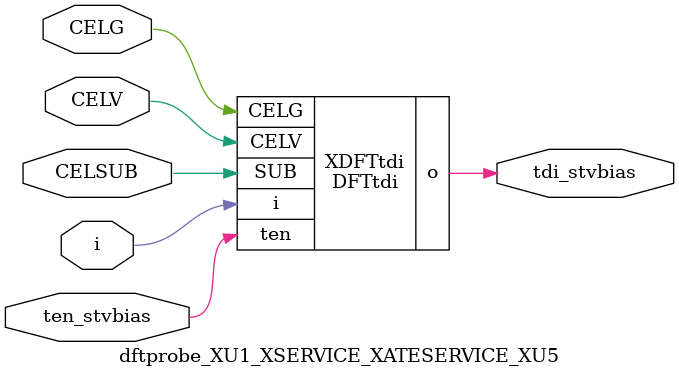
<source format=v>


module DFTtdi ( o, CELV, SUB, i, ten, CELG );

  input CELV;
  input ten;
  input i;
  output o;
  input CELG;
  input SUB;
endmodule


module dftprobe_XU1_XSERVICE_XATESERVICE_XU5 (i,tdi_stvbias,ten_stvbias,CELG,CELSUB,CELV);
input  i;
output  tdi_stvbias;
input  ten_stvbias;
input  CELG;
input  CELSUB;
input  CELV;

DFTtdi XDFTtdi(
  .i (i),
  .o (tdi_stvbias),
  .ten (ten_stvbias),
  .CELG (CELG),
  .SUB (CELSUB),
  .CELV (CELV)
);

endmodule


</source>
